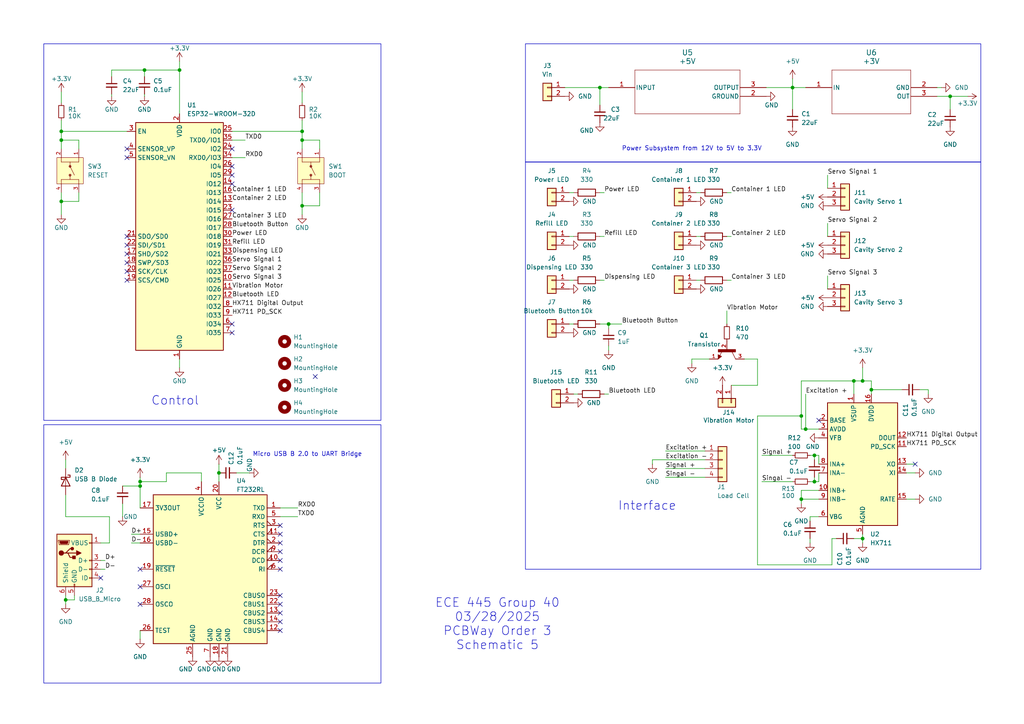
<source format=kicad_sch>
(kicad_sch (version 20231120) (generator "eeschema") (generator_version "8.0")
  (paper "A4")
  (junction (at 236.22 132.08))
  (junction (at 232.41 120.65))
  (junction (at 252.73 113.03))
  (junction (at 41.91 20.32))
  (junction (at 17.78 40.64))
  (junction (at 176.53 93.98))
  (junction (at 233.68 124.46))
  (junction (at 250.19 110.49))
  (junction (at 87.63 59.69))
  (junction (at 52.07 20.32))
  (junction (at 17.78 58.42))
  (junction (at 247.65 110.49))
  (junction (at 236.22 139.7))
  (junction (at 229.87 25.4))
  (junction (at 19.05 173.99))
  (junction (at 17.78 38.1))
  (junction (at 63.5 137.16))
  (junction (at 40.64 140.97))
  (junction (at 232.41 144.78))
  (junction (at 87.63 40.64))
  (junction (at 40.64 139.7))
  (junction (at 250.19 156.21))
  (junction (at 173.99 25.4))
  (junction (at 275.59 27.94))
  (junction (at 87.63 38.1))
  (no_connect (at 81.28 152.4))
  (no_connect (at 81.28 157.48))
  (no_connect (at 40.64 170.18))
  (no_connect (at 81.28 177.8))
  (no_connect (at 81.28 165.1))
  (no_connect (at 81.28 160.02))
  (no_connect (at 29.21 167.64))
  (no_connect (at 67.31 93.98))
  (no_connect (at 81.28 162.56))
  (no_connect (at 36.83 43.18))
  (no_connect (at 81.28 180.34))
  (no_connect (at 36.83 45.72))
  (no_connect (at 36.83 73.66))
  (no_connect (at 81.28 154.94))
  (no_connect (at 36.83 78.74))
  (no_connect (at 81.28 172.72))
  (no_connect (at 81.28 182.88))
  (no_connect (at 36.83 68.58))
  (no_connect (at 67.31 50.8))
  (no_connect (at 36.83 71.12))
  (no_connect (at 40.64 175.26))
  (no_connect (at 265.43 134.62))
  (no_connect (at 81.28 175.26))
  (no_connect (at 40.64 165.1))
  (no_connect (at 36.83 76.2))
  (no_connect (at 237.49 121.92))
  (no_connect (at 67.31 96.52))
  (no_connect (at 67.31 60.96))
  (no_connect (at 67.31 53.34))
  (no_connect (at 67.31 48.26))
  (no_connect (at 67.31 43.18))
  (no_connect (at 91.44 109.22))
  (no_connect (at 36.83 81.28))
  (wire (pts (xy 210.82 55.88) (xy 212.09 55.88)))
  (wire (pts (xy 219.71 111.76) (xy 212.09 111.76)))
  (wire (pts (xy 236.22 139.7) (xy 237.49 139.7)))
  (wire (pts (xy 19.05 172.72) (xy 19.05 173.99)))
  (wire (pts (xy 92.71 40.64) (xy 92.71 43.18)))
  (wire (pts (xy 19.05 149.86) (xy 31.75 149.86)))
  (wire (pts (xy 41.91 20.32) (xy 52.07 20.32)))
  (wire (pts (xy 247.65 156.21) (xy 250.19 156.21)))
  (wire (pts (xy 265.43 137.16) (xy 262.89 137.16)))
  (wire (pts (xy 19.05 143.51) (xy 19.05 149.86)))
  (wire (pts (xy 193.04 130.81) (xy 204.47 130.81)))
  (wire (pts (xy 173.99 55.88) (xy 175.26 55.88)))
  (wire (pts (xy 87.63 26.67) (xy 87.63 29.845)))
  (wire (pts (xy 210.82 81.28) (xy 212.09 81.28)))
  (wire (pts (xy 17.78 38.1) (xy 36.83 38.1)))
  (wire (pts (xy 193.04 138.43) (xy 204.47 138.43)))
  (wire (pts (xy 17.78 34.925) (xy 17.78 38.1)))
  (wire (pts (xy 250.19 110.49) (xy 250.19 106.68)))
  (wire (pts (xy 165.1 55.88) (xy 166.37 55.88)))
  (wire (pts (xy 19.05 173.99) (xy 19.05 175.26)))
  (wire (pts (xy 271.78 25.4) (xy 273.05 25.4)))
  (wire (pts (xy 35.56 146.05) (xy 35.56 149.86)))
  (wire (pts (xy 67.31 38.1) (xy 87.63 38.1)))
  (wire (pts (xy 200.66 105.41) (xy 200.66 104.14)))
  (wire (pts (xy 219.71 104.14) (xy 219.71 111.76)))
  (wire (pts (xy 71.12 40.64) (xy 67.31 40.64)))
  (wire (pts (xy 240.03 80.01) (xy 240.03 83.82)))
  (wire (pts (xy 29.21 165.1) (xy 30.48 165.1)))
  (wire (pts (xy 165.1 93.98) (xy 166.37 93.98)))
  (wire (pts (xy 234.95 151.13) (xy 234.95 149.86)))
  (wire (pts (xy 41.91 27.305) (xy 41.91 27.94)))
  (wire (pts (xy 201.93 68.58) (xy 203.2 68.58)))
  (wire (pts (xy 234.95 156.21) (xy 234.95 157.48)))
  (wire (pts (xy 165.1 81.28) (xy 166.37 81.28)))
  (wire (pts (xy 86.36 147.32) (xy 81.28 147.32)))
  (wire (pts (xy 38.1 154.94) (xy 40.64 154.94)))
  (wire (pts (xy 87.63 55.88) (xy 87.63 59.69)))
  (wire (pts (xy 19.05 173.99) (xy 21.59 173.99)))
  (wire (pts (xy 210.82 68.58) (xy 212.09 68.58)))
  (wire (pts (xy 201.93 55.88) (xy 203.2 55.88)))
  (wire (pts (xy 68.58 137.16) (xy 72.39 137.16)))
  (wire (pts (xy 22.86 58.42) (xy 17.78 58.42)))
  (wire (pts (xy 40.64 139.7) (xy 48.26 139.7)))
  (wire (pts (xy 87.63 40.64) (xy 87.63 43.18)))
  (wire (pts (xy 21.59 173.99) (xy 21.59 172.72)))
  (wire (pts (xy 265.43 134.62) (xy 262.89 134.62)))
  (wire (pts (xy 40.64 138.43) (xy 40.64 139.7)))
  (wire (pts (xy 232.41 142.24) (xy 232.41 144.78)))
  (wire (pts (xy 237.49 142.24) (xy 232.41 142.24)))
  (wire (pts (xy 48.26 137.16) (xy 58.42 137.16)))
  (wire (pts (xy 275.59 27.94) (xy 275.59 31.75)))
  (wire (pts (xy 233.68 114.3) (xy 233.68 124.46)))
  (wire (pts (xy 71.12 45.72) (xy 67.31 45.72)))
  (wire (pts (xy 220.98 139.7) (xy 229.87 139.7)))
  (wire (pts (xy 247.65 114.3) (xy 247.65 110.49)))
  (wire (pts (xy 35.56 140.97) (xy 40.64 140.97)))
  (wire (pts (xy 58.42 137.16) (xy 58.42 139.7)))
  (wire (pts (xy 234.95 149.86) (xy 237.49 149.86)))
  (wire (pts (xy 17.78 40.64) (xy 22.86 40.64)))
  (wire (pts (xy 173.99 81.28) (xy 175.26 81.28)))
  (wire (pts (xy 63.5 137.16) (xy 63.5 139.7)))
  (wire (pts (xy 275.59 27.94) (xy 271.78 27.94)))
  (wire (pts (xy 17.78 38.1) (xy 17.78 40.64)))
  (wire (pts (xy 32.385 20.32) (xy 32.385 22.225)))
  (wire (pts (xy 38.1 157.48) (xy 40.64 157.48)))
  (wire (pts (xy 31.75 149.86) (xy 31.75 157.48)))
  (wire (pts (xy 52.07 17.78) (xy 52.07 20.32)))
  (wire (pts (xy 200.66 104.14) (xy 205.74 104.14)))
  (wire (pts (xy 222.25 25.4) (xy 229.87 25.4)))
  (wire (pts (xy 22.86 40.64) (xy 22.86 43.18)))
  (wire (pts (xy 219.71 120.65) (xy 219.71 163.83)))
  (wire (pts (xy 240.03 64.77) (xy 240.03 68.58)))
  (wire (pts (xy 87.63 40.64) (xy 92.71 40.64)))
  (wire (pts (xy 17.78 55.88) (xy 17.78 58.42)))
  (wire (pts (xy 247.65 110.49) (xy 250.19 110.49)))
  (wire (pts (xy 173.99 25.4) (xy 176.53 25.4)))
  (wire (pts (xy 233.68 124.46) (xy 232.41 124.46)))
  (wire (pts (xy 240.03 50.8) (xy 240.03 54.61)))
  (wire (pts (xy 234.95 139.7) (xy 236.22 139.7)))
  (wire (pts (xy 86.36 149.86) (xy 81.28 149.86)))
  (wire (pts (xy 40.64 140.97) (xy 40.64 147.32)))
  (wire (pts (xy 173.99 68.58) (xy 175.26 68.58)))
  (wire (pts (xy 189.23 133.35) (xy 189.23 134.62)))
  (wire (pts (xy 232.41 110.49) (xy 247.65 110.49)))
  (wire (pts (xy 237.49 132.08) (xy 237.49 134.62)))
  (wire (pts (xy 87.63 59.69) (xy 87.63 62.23)))
  (wire (pts (xy 252.73 113.03) (xy 261.62 113.03)))
  (wire (pts (xy 52.07 104.14) (xy 52.07 106.68)))
  (wire (pts (xy 173.99 93.98) (xy 176.53 93.98)))
  (wire (pts (xy 52.07 20.32) (xy 52.07 33.02)))
  (wire (pts (xy 166.37 114.3) (xy 167.64 114.3)))
  (wire (pts (xy 232.41 124.46) (xy 232.41 120.65)))
  (wire (pts (xy 237.49 124.46) (xy 233.68 124.46)))
  (wire (pts (xy 250.19 156.21) (xy 250.19 157.48)))
  (wire (pts (xy 232.41 144.78) (xy 237.49 144.78)))
  (wire (pts (xy 234.95 132.08) (xy 236.22 132.08)))
  (wire (pts (xy 40.64 139.7) (xy 40.64 140.97)))
  (wire (pts (xy 269.24 113.03) (xy 269.24 114.3)))
  (wire (pts (xy 31.75 157.48) (xy 29.21 157.48)))
  (wire (pts (xy 165.1 68.58) (xy 166.37 68.58)))
  (wire (pts (xy 237.49 139.7) (xy 237.49 137.16)))
  (wire (pts (xy 219.71 163.83) (xy 241.3 163.83)))
  (wire (pts (xy 40.64 182.88) (xy 40.64 185.42)))
  (wire (pts (xy 229.87 22.86) (xy 229.87 25.4)))
  (wire (pts (xy 229.87 25.4) (xy 229.87 31.75)))
  (wire (pts (xy 22.86 55.88) (xy 22.86 58.42)))
  (wire (pts (xy 241.3 163.83) (xy 241.3 156.21)))
  (wire (pts (xy 193.04 135.89) (xy 204.47 135.89)))
  (wire (pts (xy 176.53 93.98) (xy 176.53 95.25)))
  (wire (pts (xy 236.22 132.08) (xy 236.22 133.35)))
  (wire (pts (xy 229.87 25.4) (xy 233.68 25.4)))
  (wire (pts (xy 17.78 26.67) (xy 17.78 29.845)))
  (wire (pts (xy 236.22 132.08) (xy 237.49 132.08)))
  (wire (pts (xy 87.63 38.1) (xy 87.63 40.64)))
  (wire (pts (xy 176.53 93.98) (xy 180.34 93.98)))
  (wire (pts (xy 176.53 100.33) (xy 176.53 101.6)))
  (wire (pts (xy 175.26 114.3) (xy 176.53 114.3)))
  (wire (pts (xy 280.67 27.94) (xy 275.59 27.94)))
  (wire (pts (xy 48.26 139.7) (xy 48.26 137.16)))
  (wire (pts (xy 266.7 113.03) (xy 269.24 113.03)))
  (wire (pts (xy 210.82 90.17) (xy 210.82 93.98)))
  (wire (pts (xy 232.41 144.78) (xy 232.41 146.05)))
  (wire (pts (xy 17.78 58.42) (xy 17.78 62.23)))
  (wire (pts (xy 232.41 120.65) (xy 232.41 110.49)))
  (wire (pts (xy 265.43 144.78) (xy 262.89 144.78)))
  (wire (pts (xy 87.63 34.925) (xy 87.63 38.1)))
  (wire (pts (xy 32.385 27.305) (xy 32.385 27.94)))
  (wire (pts (xy 173.99 25.4) (xy 173.99 30.48)))
  (wire (pts (xy 163.83 25.4) (xy 173.99 25.4)))
  (wire (pts (xy 92.71 55.88) (xy 92.71 59.69)))
  (wire (pts (xy 41.91 20.32) (xy 41.91 22.225)))
  (wire (pts (xy 201.93 81.28) (xy 203.2 81.28)))
  (wire (pts (xy 19.05 133.35) (xy 19.05 135.89)))
  (wire (pts (xy 29.21 162.56) (xy 30.48 162.56)))
  (wire (pts (xy 189.23 133.35) (xy 204.47 133.35)))
  (wire (pts (xy 32.385 20.32) (xy 41.91 20.32)))
  (wire (pts (xy 63.5 134.62) (xy 63.5 137.16)))
  (wire (pts (xy 232.41 120.65) (xy 219.71 120.65)))
  (wire (pts (xy 17.78 40.64) (xy 17.78 43.18)))
  (wire (pts (xy 236.22 138.43) (xy 236.22 139.7)))
  (wire (pts (xy 250.19 154.94) (xy 250.19 156.21)))
  (wire (pts (xy 241.3 156.21) (xy 242.57 156.21)))
  (wire (pts (xy 220.98 132.08) (xy 229.87 132.08)))
  (wire (pts (xy 215.9 104.14) (xy 219.71 104.14)))
  (wire (pts (xy 252.73 113.03) (xy 252.73 110.49)))
  (wire (pts (xy 92.71 59.69) (xy 87.63 59.69)))
  (wire (pts (xy 252.73 114.3) (xy 252.73 113.03)))
  (wire (pts (xy 250.19 110.49) (xy 252.73 110.49)))
  (rectangle (start 152.4 12.7) (end 284.48 46.99))
  (rectangle (start 12.7 123.19) (end 110.49 198.12))
  (rectangle (start 152.4 46.99) (end 284.48 165.1))
  (rectangle (start 184.15 92.71) (end 184.15 92.71))
  (rectangle (start 12.7 12.7) (end 110.49 121.92))
  (text "ECE 445 Group 40\n03/28/2025\nPCBWay Order 3\nSchematic 5\n" (at 144.272 181.102 0) (effects (font (size 2.54 2.54))))
  (text "Micro USB B 2.0 to UART Bridge" (at 89.154 131.826 0) (effects (font (size 1.27 1.27))))
  (text "Interface" (at 187.706 146.812 0) (effects (font (size 2.54 2.54))))
  (text "Control\n" (at 50.8 116.332 0) (effects (font (size 2.54 2.54))))
  (text "Power Subsystem from 12V to 5V to 3.3V" (at 200.66 43.18 0) (effects (font (size 1.27 1.27))))
  (label "Bluetooth Button" (at 67.31 66.04 0))
  (label "Dispensing LED" (at 175.26 81.28 0))
  (label "RXD0" (at 71.12 45.72 0))
  (label "Container 3 LED" (at 212.09 81.28 0))
  (label "Servo Signal 2" (at 240.03 64.77 0))
  (label "Container 1 LED" (at 67.31 55.88 0))
  (label "Refill LED" (at 175.26 68.58 0))
  (label "Bluetooth LED" (at 176.53 114.3 0))
  (label "Refill LED" (at 67.31 71.12 0))
  (label "Singal -" (at 193.04 138.43 0))
  (label "Container 1 LED" (at 212.09 55.88 0))
  (label "Servo Signal 2" (at 67.31 78.74 0))
  (label "Servo Signal 1" (at 240.03 50.8 0))
  (label "HX711 PD_SCK" (at 67.31 91.44 0))
  (label "Servo Signal 1" (at 67.31 76.2 0))
  (label "Excitation -" (at 193.04 133.35 0))
  (label "Singal -" (at 220.98 139.7 0))
  (label "TXD0" (at 86.36 149.86 0))
  (label "HX711 Digital Output" (at 67.31 88.9 0))
  (label "Container 3 LED" (at 67.31 63.5 0))
  (label "Power LED" (at 175.26 55.88 0))
  (label "Bluetooth Button" (at 180.34 93.98 0))
  (label "Excitation +" (at 193.04 130.81 0))
  (label "Excitation +" (at 233.68 114.3 0))
  (label "D+" (at 30.48 162.56 0))
  (label "HX711 PD_SCK" (at 262.89 129.54 0))
  (label "Container 2 LED" (at 67.31 58.42 0))
  (label "Dispensing LED" (at 67.31 73.66 0))
  (label "TXD0" (at 71.12 40.64 0))
  (label "Container 2 LED" (at 212.09 68.58 0))
  (label "RXD0" (at 86.36 147.32 0))
  (label "Vibration Motor" (at 210.82 90.17 0))
  (label "Servo Signal 3" (at 240.03 80.01 0))
  (label "Signal +" (at 220.98 132.08 0))
  (label "Vibration Motor" (at 67.31 83.82 0))
  (label "HX711 Digital Output" (at 262.89 127 0))
  (label "D-" (at 30.48 165.1 0))
  (label "Servo Signal 3" (at 67.31 81.28 0))
  (label "D+" (at 38.1 154.94 0))
  (label "D-" (at 38.1 157.48 0))
  (label "Bluetooth LED" (at 67.31 86.36 0))
  (label "Power LED" (at 67.31 68.58 0))
  (label "Signal +" (at 193.04 135.89 0))
  (symbol (lib_id "Diode:MBR0520") (at 19.05 139.7 270) (unit 1)
    (property "Reference" "D2" (at 21.59 136.398 90) (effects (justify left)))
    (property "Value" "USB B Diode" (at 21.59 138.938 90) (effects (justify left)))
    (property "Footprint" "Diode_SMD:D_SOD-123" (effects (hide yes)))
    (property "Datasheet" "http://www.mccsemi.com/up_pdf/MBR0520~MBR0580(SOD123).pdf" (effects (hide yes)))
    (property "Description" "20V 0.5A Schottky Power Rectifier Diode, SOD-123" (effects (hide yes)))
  )
  (symbol (lib_id "power:+5V") (at 229.87 22.86 0) (unit 1)
    (property "Reference" "#PWR013" (effects (hide yes)))
    (property "Value" "+5V" (at 229.87 17.78 0))
    (property "Description" "Power symbol creates a global label with name \"+5V\"" (effects (hide yes)))
  )
  (symbol (lib_id "Device:R_Small") (at 17.78 32.385 0) (unit 1)
    (property "Reference" "R1" (at 19.685 31.75 0) (effects (justify left)))
    (property "Value" "10K" (at 19.685 33.655 0) (effects (justify left)))
    (property "Footprint" "Resistor_SMD:R_0402_1005Metric_Pad0.72x0.64mm_HandSolder" (effects (hide yes)))
  )
  (symbol (lib_id "power:GND") (at 32.385 27.94 0) (unit 1)
    (property "Reference" "#PWR011" (effects (hide yes)))
    (property "Value" "GND" (at 32.385 31.75 0))
  )
  (symbol (lib_id "power:GND") (at 165.1 58.42 90) (unit 1)
    (property "Reference" "#PWR031" (effects (hide yes)))
    (property "Value" "GND" (at 168.91 58.4199 90) (effects (justify right)))
    (property "Description" "Power symbol creates a global label with name \"GND\" , ground" (effects (hide yes)))
  )
  (symbol (lib_id "Device:R") (at 170.18 81.28 90) (unit 1)
    (property "Reference" "R5" (at 170.18 74.93 90))
    (property "Value" "330" (at 170.18 77.47 90))
    (property "Footprint" "Resistor_SMD:R_0805_2012Metric_Pad1.20x1.40mm_HandSolder" (effects (hide yes)))
    (property "Description" "Resistor" (effects (hide yes)))
  )
  (symbol (lib_id "power:GND") (at 222.25 27.94 90) (unit 1)
    (property "Reference" "#PWR012" (effects (hide yes)))
    (property "Value" "GND" (at 221.742 30.48 90) (effects (justify right)))
    (property "Description" "Power symbol creates a global label with name \"GND\" , ground" (effects (hide yes)))
  )
  (symbol (lib_id "4-1437565-9:4-1437565-9") (at 90.17 49.53 270) (unit 1)
    (property "Reference" "SW1" (at 95.25 48.2599 90) (effects (justify left)))
    (property "Value" "BOOT" (at 95.25 50.7999 90) (effects (justify left)))
    (property "Footprint" "4-1437565-9:TE_4-1437565-9" (effects (hide yes)))
    (property "Contact_Current_Rating" "50 mA" (effects (hide yes)))
    (property "COMMENT" "FSM6JSMA (4-1437565-9)" (effects (hide yes)))
    (property "Configuration_Pole-Throw" "Single Pole - Single Throw" (effects (hide yes)))
    (property "Check_prices" "https://www.snapeda.com/parts/FSM6JSMA/TE+Connectivity+ALCOSWITCH+Switches/view-part/?ref=eda" (effects (hide yes)))
    (property "CONFIGURATION_(POLE-THROW)" "Single Pole - Single Throw" (effects (hide yes)))
    (property "STANDARD" "Manufacturer Recommendation" (effects (hide yes)))
    (property "PARTREV" "V" (effects (hide yes)))
    (property "SnapEDA_Link" "https://www.snapeda.com/parts/FSM6JSMA/TE+Connectivity+ALCOSWITCH+Switches/view-part/?ref=snap" (effects (hide yes)))
    (property "LINK" "http://www.te.com/usa-en/product-4-1437565-9.html" (effects (hide yes)))
    (property "EU_RoHS_Compliance" "Compliant" (effects (hide yes)))
    (property "Price" "None" (effects (hide yes)))
    (property "AVAILABILITY" "Good" (effects (hide yes)))
    (property "Description_1" "\n                        \n                            Alcoswitch, Switch, Tactile, 50 mA, SPST, Pushbutton, Off[On], FSM6JSMA | TE Connectivity FSM6JSMA\n                        \n" (effects (hide yes)))
    (property "CONTACT_CURRENT_RATING" "50 mA" (effects (hide yes)))
    (property "MF" "TE Connectivity" (effects (hide yes)))
    (property "DESCRIPTION" "FSM6JSMA=SMT,TACTILE,PB SWITCH" (effects (hide yes)))
    (property "PRICE" "0.15 USD" (effects (hide yes)))
    (property "PACKAGE" "None" (effects (hide yes)))
    (property "Availability" "In Stock" (effects (hide yes)))
    (property "MP" "FSM6JSMA" (effects (hide yes)))
    (property "Package" "None" (effects (hide yes)))
    (property "EU_ROHS_COMPLIANCE" "Compliant" (effects (hide yes)))
    (property "Comment" "4-1437565-9" (effects (hide yes)))
  )
  (symbol (lib_id "power:GND") (at 269.24 114.3 0) (unit 1)
    (property "Reference" "#PWR053" (effects (hide yes)))
    (property "Value" "GND" (at 269.24 119.38 0))
    (property "Description" "Power symbol creates a global label with name \"GND\" , ground" (effects (hide yes)))
  )
  (symbol (lib_name "GND_1") (lib_id "power:GND") (at 35.56 149.86 0) (unit 1)
    (property "Reference" "#PWR026" (effects (hide yes)))
    (property "Value" "GND" (at 37.846 149.86 0))
    (property "Description" "Power symbol creates a global label with name \"GND\" , ground" (effects (hide yes)))
  )
  (symbol (lib_name "+5V_1") (lib_id "power:+5V") (at 19.05 133.35 0) (unit 1)
    (property "Reference" "#PWR023" (effects (hide yes)))
    (property "Value" "+5V" (at 19.05 128.27 0))
    (property "Description" "Power symbol creates a global label with name \"+5V\"" (effects (hide yes)))
  )
  (symbol (lib_id "Device:C_Small") (at 275.59 34.29 0) (unit 1)
    (property "Reference" "C2" (at 268.986 33.274 0) (effects (justify left)))
    (property "Value" "22uF" (at 268.986 35.814 0) (effects (justify left)))
    (property "Footprint" "Capacitor_SMD:C_0805_2012Metric_Pad1.18x1.45mm_HandSolder" (effects (hide yes)))
    (property "Description" "Unpolarized capacitor, small symbol" (effects (hide yes)))
  )
  (symbol (lib_id "power:GND") (at 166.37 116.84 90) (unit 1)
    (property "Reference" "#PWR047" (effects (hide yes)))
    (property "Value" "GND" (at 170.18 116.8399 90) (effects (justify right)))
    (property "Description" "Power symbol creates a global label with name \"GND\" , ground" (effects (hide yes)))
  )
  (symbol (lib_id "power:GND") (at 240.03 88.9 270) (unit 1)
    (property "Reference" "#PWR043" (effects (hide yes)))
    (property "Value" "GND" (at 236.22 88.8999 90) (effects (justify right)))
    (property "Description" "Power symbol creates a global label with name \"GND\" , ground" (effects (hide yes)))
  )
  (symbol (lib_name "GND_3") (lib_id "power:GND") (at 189.23 134.62 0) (unit 1)
    (property "Reference" "#PWR048" (effects (hide yes)))
    (property "Value" "GND" (at 189.23 139.7 0))
    (property "Description" "Power symbol creates a global label with name \"GND\" , ground" (effects (hide yes)))
  )
  (symbol (lib_id "2025-03-01_22-08-00:LM7805ACT") (at 176.53 25.4 0) (unit 1)
    (property "Reference" "U5" (at 199.39 15.24 0) (effects (font (size 1.524 1.524))))
    (property "Value" "+5V" (at 199.39 17.78 0) (effects (font (size 1.524 1.524))))
    (property "Footprint" "KiCADv6 2:TO-220_ONS" (effects (hide yes)))
    (property "Datasheet" "LM7805ACT" (effects (hide yes)))
  )
  (symbol (lib_id "power:+3.3V") (at 280.67 27.94 270) (unit 1)
    (property "Reference" "#PWR017" (effects (hide yes)))
    (property "Value" "+3.3V" (at 277.622 29.972 90) (effects (justify left)))
    (property "Description" "Power symbol creates a global label with name \"+3.3V\"" (effects (hide yes)))
  )
  (symbol (lib_id "Connector_Generic:Conn_01x02") (at 212.09 116.84 270) (unit 1)
    (property "Reference" "J14" (at 209.55 119.634 90) (effects (justify left)))
    (property "Value" "Vibration Motor" (at 203.962 121.92 90) (effects (justify left)))
    (property "Footprint" "Connector_Molex:Molex_KK-254_AE-6410-02A_1x02_P2.54mm_Vertical" (effects (hide yes)))
    (property "Description" "Generic connector, single row, 01x02, script generated (kicad-library-utils/schlib/autogen/connector/)" (effects (hide yes)))
  )
  (symbol (lib_id "Device:R_Small") (at 87.63 32.385 0) (unit 1)
    (property "Reference" "R2" (at 89.535 31.75 0) (effects (justify left)))
    (property "Value" "10K" (at 89.535 33.655 0) (effects (justify left)))
    (property "Footprint" "Resistor_SMD:R_0402_1005Metric_Pad0.72x0.64mm_HandSolder" (effects (hide yes)))
  )
  (symbol (lib_id "Connector_Generic:Conn_01x02") (at 160.02 81.28 0) (mirror y) (unit 1)
    (property "Reference" "J6" (at 160.02 74.93 0))
    (property "Value" "Dispensing LED" (at 160.02 77.47 0))
    (property "Footprint" "Connector_Molex:Molex_KK-254_AE-6410-02A_1x02_P2.54mm_Vertical" (effects (hide yes)))
    (property "Description" "Generic connector, single row, 01x02, script generated (kicad-library-utils/schlib/autogen/connector/)" (effects (hide yes)))
  )
  (symbol (lib_id "Device:R") (at 207.01 81.28 90) (unit 1)
    (property "Reference" "R9" (at 207.01 74.93 90))
    (property "Value" "330" (at 207.01 77.47 90))
    (property "Footprint" "Resistor_SMD:R_0805_2012Metric_Pad1.20x1.40mm_HandSolder" (effects (hide yes)))
    (property "Description" "Resistor" (effects (hide yes)))
  )
  (symbol (lib_id "Connector_Generic:Conn_01x02") (at 196.85 68.58 0) (mirror y) (unit 1)
    (property "Reference" "J9" (at 196.85 62.23 0))
    (property "Value" "Container 2 LED" (at 196.85 64.77 0))
    (property "Footprint" "Connector_Molex:Molex_KK-254_AE-6410-02A_1x02_P2.54mm_Vertical" (effects (hide yes)))
    (property "Description" "Generic connector, single row, 01x02, script generated (kicad-library-utils/schlib/autogen/connector/)" (effects (hide yes)))
  )
  (symbol (lib_id "power:+5V") (at 240.03 86.36 90) (unit 1)
    (property "Reference" "#PWR042" (effects (hide yes)))
    (property "Value" "+5V" (at 236.22 86.3599 90) (effects (justify left)))
    (property "Description" "Power symbol creates a global label with name \"+5V\"" (effects (hide yes)))
  )
  (symbol (lib_id "Device:C_Small") (at 32.385 24.765 0) (unit 1)
    (property "Reference" "C4" (at 35.56 23.5012 0) (effects (justify left)))
    (property "Value" "22uF" (at 35.56 26.0412 0) (effects (justify left)))
    (property "Footprint" "Capacitor_SMD:C_0805_2012Metric_Pad1.18x1.45mm_HandSolder" (effects (hide yes)))
  )
  (symbol (lib_id "Device:C_Small") (at 229.87 34.29 0) (unit 1)
    (property "Reference" "C1" (at 232.41 33.0262 0) (effects (justify left)))
    (property "Value" "22uF" (at 232.41 35.5662 0) (effects (justify left)))
    (property "Footprint" "Capacitor_SMD:C_0805_2012Metric_Pad1.18x1.45mm_HandSolder" (effects (hide yes)))
    (property "Description" "Unpolarized capacitor, small symbol" (effects (hide yes)))
  )
  (symbol (lib_id "power:+3.3V") (at 250.19 106.68 0) (unit 1)
    (property "Reference" "#PWR020" (effects (hide yes)))
    (property "Value" "+3.3V" (at 250.19 101.6 0))
    (property "Description" "Power symbol creates a global label with name \"+3.3V\"" (effects (hide yes)))
  )
  (symbol (lib_id "power:GND") (at 265.43 137.16 90) (unit 1)
    (property "Reference" "#PWR024" (effects (hide yes)))
    (property "Value" "GND" (at 269.24 137.1599 90) (effects (justify right)))
    (property "Description" "Power symbol creates a global label with name \"GND\" , ground" (effects (hide yes)))
  )
  (symbol (lib_name "GND_1") (lib_id "power:GND") (at 40.64 185.42 0) (unit 1)
    (property "Reference" "#PWR025" (effects (hide yes)))
    (property "Value" "GND" (at 40.64 190.5 0))
    (property "Description" "Power symbol creates a global label with name \"GND\" , ground" (effects (hide yes)))
  )
  (symbol (lib_name "GND_3") (lib_id "power:GND") (at 237.49 127 270) (unit 1)
    (property "Reference" "#PWR050" (effects (hide yes)))
    (property "Value" "GND" (at 237.744 129.54 90) (effects (justify right)))
    (property "Description" "Power symbol creates a global label with name \"GND\" , ground" (effects (hide yes)))
  )
  (symbol (lib_id "power:GND") (at 52.07 106.68 0) (unit 1)
    (property "Reference" "#PWR046" (effects (hide yes)))
    (property "Value" "GND" (at 52.07 110.49 0))
  )
  (symbol (lib_id "2N2222A:2N2222A") (at 210.82 101.6 270) (unit 1)
    (property "Reference" "Q1" (at 204.216 97.282 90))
    (property "Value" "Transistor" (at 204.216 99.822 90))
    (property "Footprint" "2N2222A:TO92254P470H750-3" (effects (hide yes)))
    (property "MF" "Diotec Semiconductor" (effects (hide yes)))
    (property "SNAPEDA_PACKAGE_ID" "121774" (effects (hide yes)))
    (property "Package" "TO-92 Diotec" (effects (hide yes)))
    (property "Price" "None" (effects (hide yes)))
    (property "Check_prices" "https://www.snapeda.com/parts/2N2222A/Diotec/view-part/?ref=eda" (effects (hide yes)))
    (property "STANDARD" "IPC 7351B" (effects (hide yes)))
    (property "PARTREV" "N/A" (effects (hide yes)))
    (property "SnapEDA_Link" "https://www.snapeda.com/parts/2N2222A/Diotec/view-part/?ref=snap" (effects (hide yes)))
    (property "MP" "2N2222A" (effects (hide yes)))
    (property "Description_1" "\n                        \n                            BJT, TO-92, 40V, 600mA, NPN, 0.625W, 150°C\n                        \n" (effects (hide yes)))
    (property "MANUFACTURER" "Diotec Semiconductor" (effects (hide yes)))
    (property "Availability" "In Stock" (effects (hide yes)))
    (property "MAXIMUM_PACKAGE_HEIGHT" "7.5 mm" (effects (hide yes)))
  )
  (symbol (lib_id "power:GND") (at 234.95 157.48 0) (unit 1)
    (property "Reference" "#PWR052" (effects (hide yes)))
    (property "Value" "GND" (at 234.95 162.56 0))
    (property "Description" "Power symbol creates a global label with name \"GND\" , ground" (effects (hide yes)))
  )
  (symbol (lib_id "Device:C_Small") (at 264.16 113.03 90) (unit 1)
    (property "Reference" "C11" (at 262.636 120.904 0) (effects (justify left)))
    (property "Value" "0.1uF" (at 265.176 120.904 0) (effects (justify left)))
    (property "Footprint" "Capacitor_SMD:C_0402_1005Metric_Pad0.74x0.62mm_HandSolder" (effects (hide yes)))
    (property "Description" "Unpolarized capacitor, small symbol" (effects (hide yes)))
  )
  (symbol (lib_name "+3.3V_3") (lib_id "power:+3.3V") (at 209.55 111.76 0) (unit 1)
    (property "Reference" "#PWR045" (effects (hide yes)))
    (property "Value" "+3.3V" (at 209.55 106.68 0))
    (property "Description" "Power symbol creates a global label with name \"+3.3V\"" (effects (hide yes)))
  )
  (symbol (lib_id "Connector_Generic:Conn_01x02") (at 160.02 93.98 0) (mirror y) (unit 1)
    (property "Reference" "J7" (at 160.02 87.63 0))
    (property "Value" "Bluetooth Button" (at 160.02 90.17 0))
    (property "Footprint" "Connector_Molex:Molex_KK-254_AE-6410-02A_1x02_P2.54mm_Vertical" (effects (hide yes)))
    (property "Description" "Generic connector, single row, 01x02, script generated (kicad-library-utils/schlib/autogen/connector/)" (effects (hide yes)))
  )
  (symbol (lib_id "Connector_Generic:Conn_01x02") (at 196.85 55.88 0) (mirror y) (unit 1)
    (property "Reference" "J8" (at 196.85 49.53 0))
    (property "Value" "Container 1 LED" (at 196.85 52.07 0))
    (property "Footprint" "Connector_Molex:Molex_KK-254_AE-6410-02A_1x02_P2.54mm_Vertical" (effects (hide yes)))
    (property "Description" "Generic connector, single row, 01x02, script generated (kicad-library-utils/schlib/autogen/connector/)" (effects (hide yes)))
  )
  (symbol (lib_id "Mechanical:MountingHole") (at 82.55 118.11 0) (unit 1) (exclude_from_sim yes) (in_bom no)
    (property "Reference" "H4" (at 85.09 116.8399 0) (effects (justify left)))
    (property "Value" "MountingHole" (at 85.09 119.3799 0) (effects (justify left)))
    (property "Footprint" "MountingHole:MountingHole_3.2mm_M3" (effects (hide yes)))
    (property "Description" "Mounting Hole without connection" (effects (hide yes)))
  )
  (symbol (lib_id "Device:C_Small") (at 245.11 156.21 90) (unit 1)
    (property "Reference" "C10" (at 243.586 164.084 0) (effects (justify left)))
    (property "Value" "0.1uF" (at 246.126 164.084 0) (effects (justify left)))
    (property "Footprint" "Capacitor_SMD:C_0402_1005Metric_Pad0.74x0.62mm_HandSolder" (effects (hide yes)))
    (property "Description" "Unpolarized capacitor, small symbol" (effects (hide yes)))
  )
  (symbol (lib_id "power:GND") (at 165.1 96.52 90) (unit 1)
    (property "Reference" "#PWR033" (effects (hide yes)))
    (property "Value" "GND" (at 168.91 96.5199 90) (effects (justify right)))
    (property "Description" "Power symbol creates a global label with name \"GND\" , ground" (effects (hide yes)))
  )
  (symbol (lib_id "power:+3.3V") (at 87.63 26.67 0) (unit 1)
    (property "Reference" "#PWR05" (effects (hide yes)))
    (property "Value" "+3.3V" (at 87.63 22.86 0))
  )
  (symbol (lib_id "Connector_Generic:Conn_01x03") (at 245.11 57.15 0) (unit 1)
    (property "Reference" "J11" (at 247.65 55.8799 0) (effects (justify left)))
    (property "Value" "Cavity Servo 1" (at 247.65 58.4199 0) (effects (justify left)))
    (property "Footprint" "Connector_Molex:Molex_KK-254_AE-6410-03A_1x03_P2.54mm_Vertical" (effects (hide yes)))
    (property "Description" "Generic connector, single row, 01x03, script generated (kicad-library-utils/schlib/autogen/connector/)" (effects (hide yes)))
  )
  (symbol (lib_id "power:GND") (at 165.1 71.12 90) (unit 1)
    (property "Reference" "#PWR030" (effects (hide yes)))
    (property "Value" "GND" (at 168.91 71.1199 90) (effects (justify right)))
    (property "Description" "Power symbol creates a global label with name \"GND\" , ground" (effects (hide yes)))
  )
  (symbol (lib_id "4-1437565-9:4-1437565-9") (at 20.32 49.53 270) (unit 1)
    (property "Reference" "SW3" (at 25.4 48.2599 90) (effects (justify left)))
    (property "Value" "RESET" (at 25.4 50.7999 90) (effects (justify left)))
    (property "Footprint" "4-1437565-9:TE_4-1437565-9" (effects (hide yes)))
    (property "Contact_Current_Rating" "50 mA" (effects (hide yes)))
    (property "COMMENT" "FSM6JSMA (4-1437565-9)" (effects (hide yes)))
    (property "Configuration_Pole-Throw" "Single Pole - Single Throw" (effects (hide yes)))
    (property "Check_prices" "https://www.snapeda.com/parts/FSM6JSMA/TE+Connectivity+ALCOSWITCH+Switches/view-part/?ref=eda" (effects (hide yes)))
    (property "CONFIGURATION_(POLE-THROW)" "Single Pole - Single Throw" (effects (hide yes)))
    (property "STANDARD" "Manufacturer Recommendation" (effects (hide yes)))
    (property "PARTREV" "V" (effects (hide yes)))
    (property "SnapEDA_Link" "https://www.snapeda.com/parts/FSM6JSMA/TE+Connectivity+ALCOSWITCH+Switches/view-part/?ref=snap" (effects (hide yes)))
    (property "LINK" "http://www.te.com/usa-en/product-4-1437565-9.html" (effects (hide yes)))
    (property "EU_RoHS_Compliance" "Compliant" (effects (hide yes)))
    (property "Price" "None" (effects (hide yes)))
    (property "AVAILABILITY" "Good" (effects (hide yes)))
    (property "Description_1" "\n                        \n                            Alcoswitch, Switch, Tactile, 50 mA, SPST, Pushbutton, Off[On], FSM6JSMA | TE Connectivity FSM6JSMA\n                        \n" (effects (hide yes)))
    (property "CONTACT_CURRENT_RATING" "50 mA" (effects (hide yes)))
    (property "MF" "TE Connectivity" (effects (hide yes)))
    (property "DESCRIPTION" "FSM6JSMA=SMT,TACTILE,PB SWITCH" (effects (hide yes)))
    (property "PRICE" "0.15 USD" (effects (hide yes)))
    (property "PACKAGE" "None" (effects (hide yes)))
    (property "Availability" "In Stock" (effects (hide yes)))
    (property "MP" "FSM6JSMA" (effects (hide yes)))
    (property "Package" "None" (effects (hide yes)))
    (property "EU_ROHS_COMPLIANCE" "Compliant" (effects (hide yes)))
    (property "Comment" "4-1437565-9" (effects (hide yes)))
  )
  (symbol (lib_id "Device:C_Small") (at 35.56 143.51 0) (unit 1)
    (property "Reference" "C8" (at 26.416 142.24 0) (effects (justify left)))
    (property "Value" "0.1uF" (at 26.416 144.78 0) (effects (justify left)))
    (property "Footprint" "Capacitor_SMD:C_0402_1005Metric_Pad0.74x0.62mm_HandSolder" (effects (hide yes)))
    (property "Description" "Unpolarized capacitor, small symbol" (effects (hide yes)))
  )
  (symbol (lib_id "Connector_Generic:Conn_01x02") (at 196.85 81.28 0) (mirror y) (unit 1)
    (property "Reference" "J10" (at 196.85 74.93 0))
    (property "Value" "Container 3 LED" (at 196.85 77.47 0))
    (property "Footprint" "Connector_Molex:Molex_KK-254_AE-6410-02A_1x02_P2.54mm_Vertical" (effects (hide yes)))
    (property "Description" "Generic connector, single row, 01x02, script generated (kicad-library-utils/schlib/autogen/connector/)" (effects (hide yes)))
  )
  (symbol (lib_id "Mechanical:MountingHole") (at 82.55 99.06 0) (unit 1) (exclude_from_sim yes) (in_bom no)
    (property "Reference" "H1" (at 85.09 97.7899 0) (effects (justify left)))
    (property "Value" "MountingHole" (at 85.09 100.3299 0) (effects (justify left)))
    (property "Footprint" "MountingHole:MountingHole_3.2mm_M3" (effects (hide yes)))
    (property "Description" "Mounting Hole without connection" (effects (hide yes)))
  )
  (symbol (lib_id "Connector_Generic:Conn_01x04") (at 209.55 133.35 0) (unit 1)
    (property "Reference" "J1" (at 208.026 141.224 0) (effects (justify left)))
    (property "Value" "Load Cell" (at 208.026 143.764 0) (effects (justify left)))
    (property "Footprint" "Connector_Molex:Molex_KK-254_AE-6410-04A_1x04_P2.54mm_Vertical" (effects (hide yes)))
    (property "Description" "Generic connector, single row, 01x04, script generated (kicad-library-utils/schlib/autogen/connector/)" (effects (hide yes)))
  )
  (symbol (lib_id "Device:R_Small") (at 232.41 132.08 90) (unit 1)
    (property "Reference" "R12" (at 230.378 127 90))
    (property "Value" "100" (at 230.378 129.54 90))
    (property "Footprint" "Resistor_SMD:R_0805_2012Metric_Pad1.20x1.40mm_HandSolder" (effects (hide yes)))
    (property "Description" "Resistor, small symbol" (effects (hide yes)))
  )
  (symbol (lib_id "Connector:USB_B_Micro") (at 21.59 162.56 0) (unit 1)
    (property "Reference" "J2" (at 28.956 171.196 0))
    (property "Value" "USB_B_Micro" (at 28.956 173.736 0))
    (property "Footprint" "Connector_USB:USB_Micro-B_Molex-105017-0001" (effects (hide yes)))
    (property "Description" "USB Micro Type B connector" (effects (hide yes)))
  )
  (symbol (lib_id "power:GND") (at 163.83 27.94 90) (unit 1)
    (property "Reference" "#PWR010" (effects (hide yes)))
    (property "Value" "GND" (at 167.64 27.9399 90) (effects (justify right)))
    (property "Description" "Power symbol creates a global label with name \"GND\" , ground" (effects (hide yes)))
  )
  (symbol (lib_name "GND_1") (lib_id "power:GND") (at 60.96 190.5 0) (unit 1)
    (property "Reference" "#PWR07" (effects (hide yes)))
    (property "Value" "GND" (at 59.182 194.056 0))
    (property "Description" "Power symbol creates a global label with name \"GND\" , ground" (effects (hide yes)))
  )
  (symbol (lib_id "power:GND") (at 87.63 62.23 0) (unit 1)
    (property "Reference" "#PWR06" (effects (hide yes)))
    (property "Value" "GND" (at 87.63 66.04 0))
  )
  (symbol (lib_id "Connector_Generic:Conn_01x02") (at 161.29 114.3 0) (mirror y) (unit 1)
    (property "Reference" "J15" (at 161.29 107.95 0))
    (property "Value" "Bluetooth LED" (at 161.29 110.49 0))
    (property "Footprint" "Connector_Molex:Molex_KK-254_AE-6410-02A_1x02_P2.54mm_Vertical" (effects (hide yes)))
    (property "Description" "Generic connector, single row, 01x02, script generated (kicad-library-utils/schlib/autogen/connector/)" (effects (hide yes)))
  )
  (symbol (lib_id "power:GND") (at 201.93 83.82 90) (unit 1)
    (property "Reference" "#PWR037" (effects (hide yes)))
    (property "Value" "GND" (at 205.74 83.8199 90) (effects (justify right)))
    (property "Description" "Power symbol creates a global label with name \"GND\" , ground" (effects (hide yes)))
  )
  (symbol (lib_id "RF_Module:ESP32-WROOM-32D") (at 52.07 68.58 0) (unit 1)
    (property "Reference" "U1" (at 54.2641 30.48 0) (effects (justify left)))
    (property "Value" "ESP32-WROOM-32D" (at 54.2641 33.02 0) (effects (justify left)))
    (property "Footprint" "RF_Module:ESP32-WROOM-32D" (effects (hide yes)))
    (property "Datasheet" "https://www.espressif.com/sites/default/files/documentation/esp32-wroom-32d_esp32-wroom-32u_datasheet_en.pdf" (effects (hide yes)))
    (property "Description" "RF Module, ESP32-D0WD SoC, Wi-Fi 802.11b/g/n, Bluetooth, BLE, 32-bit, 2.7-3.6V, onboard antenna, SMD" (effects (hide yes)))
  )
  (symbol (lib_name "GND_2") (lib_id "power:GND") (at 173.99 35.56 0) (unit 1)
    (property "Reference" "#PWR01" (effects (hide yes)))
    (property "Value" "GND" (at 170.18 37.846 0))
    (property "Description" "Power symbol creates a global label with name \"GND\" , ground" (effects (hide yes)))
  )
  (symbol (lib_id "Device:R") (at 170.18 55.88 90) (unit 1)
    (property "Reference" "R4" (at 170.18 49.53 90))
    (property "Value" "330" (at 170.18 52.07 90))
    (property "Footprint" "Resistor_SMD:R_0805_2012Metric_Pad1.20x1.40mm_HandSolder" (effects (hide yes)))
    (property "Description" "Resistor" (effects (hide yes)))
  )
  (symbol (lib_id "power:GND") (at 41.91 27.94 0) (unit 1)
    (property "Reference" "#PWR018" (effects (hide yes)))
    (property "Value" "GND" (at 41.91 31.75 0))
  )
  (symbol (lib_name "GND_1") (lib_id "power:GND") (at 229.87 36.83 0) (unit 1)
    (property "Reference" "#PWR014" (effects (hide yes)))
    (property "Value" "GND" (at 229.87 41.91 0))
    (property "Description" "Power symbol creates a global label with name \"GND\" , ground" (effects (hide yes)))
  )
  (symbol (lib_id "Connector_Generic:Conn_01x03") (at 245.11 86.36 0) (unit 1)
    (property "Reference" "J13" (at 247.65 85.0899 0) (effects (justify left)))
    (property "Value" "Cavity Servo 3" (at 247.65 87.6299 0) (effects (justify left)))
    (property "Footprint" "Connector_Molex:Molex_KK-254_AE-6410-03A_1x03_P2.54mm_Vertical" (effects (hide yes)))
    (property "Description" "Generic connector, single row, 01x03, script generated (kicad-library-utils/schlib/autogen/connector/)" (effects (hide yes)))
  )
  (symbol (lib_id "power:GND") (at 201.93 71.12 90) (unit 1)
    (property "Reference" "#PWR036" (effects (hide yes)))
    (property "Value" "GND" (at 205.74 71.1199 90) (effects (justify right)))
    (property "Description" "Power symbol creates a global label with name \"GND\" , ground" (effects (hide yes)))
  )
  (symbol (lib_id "Device:R") (at 170.18 68.58 90) (unit 1)
    (property "Reference" "R3" (at 170.18 62.23 90))
    (property "Value" "330" (at 170.18 64.77 90))
    (property "Footprint" "Resistor_SMD:R_0805_2012Metric_Pad1.20x1.40mm_HandSolder" (effects (hide yes)))
    (property "Description" "Resistor" (effects (hide yes)))
  )
  (symbol (lib_id "Device:R") (at 170.18 93.98 90) (unit 1)
    (property "Reference" "R6" (at 170.18 87.63 90))
    (property "Value" "10k" (at 170.18 90.17 90))
    (property "Footprint" "Resistor_SMD:R_0805_2012Metric_Pad1.20x1.40mm_HandSolder" (effects (hide yes)))
    (property "Description" "Resistor" (effects (hide yes)))
  )
  (symbol (lib_id "Mechanical:MountingHole") (at 82.55 105.41 0) (unit 1) (exclude_from_sim yes) (in_bom no)
    (property "Reference" "H2" (at 85.09 104.1399 0) (effects (justify left)))
    (property "Value" "MountingHole" (at 85.09 106.6799 0) (effects (justify left)))
    (property "Footprint" "MountingHole:MountingHole_3.2mm_M3" (effects (hide yes)))
    (property "Description" "Mounting Hole without connection" (effects (hide yes)))
  )
  (symbol (lib_id "Analog_ADC:HX711") (at 250.19 134.62 0) (unit 1)
    (property "Reference" "U2" (at 252.3841 154.94 0) (effects (justify left)))
    (property "Value" "HX711" (at 252.3841 157.48 0) (effects (justify left)))
    (property "Footprint" "Package_SO:SOP-16_3.9x9.9mm_P1.27mm" (effects (hide yes)))
    (property "Datasheet" "https://web.archive.org/web/20220615044707/https://akizukidenshi.com/download/ds/avia/hx711.pdf" (effects (hide yes)))
    (property "Description" "24-Bit Analog-to-Digital Converter (ADC) for Weight Scales" (effects (hide yes)))
  )
  (symbol (lib_name "GND_1") (lib_id "power:GND") (at 19.05 175.26 0) (unit 1)
    (property "Reference" "#PWR028" (effects (hide yes)))
    (property "Value" "GND" (at 19.05 180.34 0))
    (property "Description" "Power symbol creates a global label with name \"GND\" , ground" (effects (hide yes)))
  )
  (symbol (lib_id "power:GND") (at 250.19 157.48 0) (unit 1)
    (property "Reference" "#PWR021" (effects (hide yes)))
    (property "Value" "GND" (at 250.19 162.56 0))
    (property "Description" "Power symbol creates a global label with name \"GND\" , ground" (effects (hide yes)))
  )
  (symbol (lib_id "power:GND") (at 240.03 73.66 270) (unit 1)
    (property "Reference" "#PWR041" (effects (hide yes)))
    (property "Value" "GND" (at 236.22 73.6599 90) (effects (justify right)))
    (property "Description" "Power symbol creates a global label with name \"GND\" , ground" (effects (hide yes)))
  )
  (symbol (lib_name "GND_1") (lib_id "power:GND") (at 275.59 36.83 0) (unit 1)
    (property "Reference" "#PWR016" (effects (hide yes)))
    (property "Value" "GND" (at 275.59 41.91 0))
    (property "Description" "Power symbol creates a global label with name \"GND\" , ground" (effects (hide yes)))
  )
  (symbol (lib_id "Connector_Generic:Conn_01x02") (at 160.02 55.88 0) (mirror y) (unit 1)
    (property "Reference" "J5" (at 160.02 49.53 0))
    (property "Value" "Power LED" (at 160.02 52.07 0))
    (property "Footprint" "Connector_Molex:Molex_KK-254_AE-6410-02A_1x02_P2.54mm_Vertical" (effects (hide yes)))
    (property "Description" "Generic connector, single row, 01x02, script generated (kicad-library-utils/schlib/autogen/connector/)" (effects (hide yes)))
  )
  (symbol (lib_id "Device:C_Small") (at 173.99 33.02 180) (unit 1)
    (property "Reference" "C3" (at 179.832 31.75 0) (effects (justify left)))
    (property "Value" "22uF" (at 179.832 34.29 0) (effects (justify left)))
    (property "Footprint" "Capacitor_SMD:C_0805_2012Metric_Pad1.18x1.45mm_HandSolder" (effects (hide yes)))
    (property "Description" "Unpolarized capacitor, small symbol" (effects (hide yes)))
  )
  (symbol (lib_name "GND_1") (lib_id "power:GND") (at 72.39 137.16 90) (unit 1)
    (property "Reference" "#PWR054" (effects (hide yes)))
    (property "Value" "GND" (at 72.39 134.874 0))
    (property "Description" "Power symbol creates a global label with name \"GND\" , ground" (effects (hide yes)))
  )
  (symbol (lib_id "power:GND") (at 176.53 101.6 0) (unit 1)
    (property "Reference" "#PWR034" (effects (hide yes)))
    (property "Value" "GND" (at 176.53 106.68 0))
    (property "Description" "Power symbol creates a global label with name \"GND\" , ground" (effects (hide yes)))
  )
  (symbol (lib_name "+3.3V_1") (lib_id "power:+3.3V") (at 40.64 138.43 0) (unit 1)
    (property "Reference" "#PWR027" (effects (hide yes)))
    (property "Value" "+3.3V" (at 40.64 133.35 0))
    (property "Description" "Power symbol creates a global label with name \"+3.3V\"" (effects (hide yes)))
  )
  (symbol (lib_id "power:GND") (at 273.05 25.4 90) (unit 1)
    (property "Reference" "#PWR015" (effects (hide yes)))
    (property "Value" "GND" (at 276.86 25.3999 90) (effects (justify right)))
    (property "Description" "Power symbol creates a global label with name \"GND\" , ground" (effects (hide yes)))
  )
  (symbol (lib_name "GND_1") (lib_id "power:GND") (at 63.5 190.5 0) (unit 1)
    (property "Reference" "#PWR08" (effects (hide yes)))
    (property "Value" "GND" (at 63.5 194.056 0))
    (property "Description" "Power symbol creates a global label with name \"GND\" , ground" (effects (hide yes)))
  )
  (symbol (lib_id "Connector_Generic:Conn_01x02") (at 158.75 25.4 0) (mirror y) (unit 1)
    (property "Reference" "J3" (at 158.75 19.05 0))
    (property "Value" "Vin" (at 158.75 21.59 0))
    (property "Footprint" "Connector_Molex:Molex_KK-254_AE-6410-02A_1x02_P2.54mm_Vertical" (effects (hide yes)))
    (property "Description" "Generic connector, single row, 01x02, script generated (kicad-library-utils/schlib/autogen/connector/)" (effects (hide yes)))
  )
  (symbol (lib_name "GND_1") (lib_id "power:GND") (at 55.88 190.5 0) (unit 1)
    (property "Reference" "#PWR02" (effects (hide yes)))
    (property "Value" "GND" (at 53.848 194.056 0))
    (property "Description" "Power symbol creates a global label with name \"GND\" , ground" (effects (hide yes)))
  )
  (symbol (lib_id "Device:C_Small") (at 176.53 97.79 0) (unit 1)
    (property "Reference" "C9" (at 179.07 96.5262 0) (effects (justify left)))
    (property "Value" "1uF" (at 179.07 99.0662 0) (effects (justify left)))
    (property "Footprint" "Capacitor_SMD:C_0805_2012Metric_Pad1.18x1.45mm_HandSolder" (effects (hide yes)))
    (property "Description" "Unpolarized capacitor, small symbol" (effects (hide yes)))
  )
  (symbol (lib_id "Device:R_Small") (at 210.82 96.52 0) (unit 1)
    (property "Reference" "R10" (at 213.36 95.2499 0) (effects (justify left)))
    (property "Value" "470" (at 213.36 97.7899 0) (effects (justify left)))
    (property "Footprint" "Resistor_SMD:R_0805_2012Metric_Pad1.20x1.40mm_HandSolder" (effects (hide yes)))
    (property "Description" "Resistor, small symbol" (effects (hide yes)))
  )
  (symbol (lib_id "Device:R") (at 207.01 68.58 90) (unit 1)
    (property "Reference" "R8" (at 207.01 62.23 90))
    (property "Value" "330" (at 207.01 64.77 90))
    (property "Footprint" "Resistor_SMD:R_0805_2012Metric_Pad1.20x1.40mm_HandSolder" (effects (hide yes)))
    (property "Description" "Resistor" (effects (hide yes)))
  )
  (symbol (lib_id "Device:R") (at 171.45 114.3 90) (unit 1)
    (property "Reference" "R11" (at 171.45 107.95 90))
    (property "Value" "330" (at 171.45 110.49 90))
    (property "Footprint" "Resistor_SMD:R_0805_2012Metric_Pad1.20x1.40mm_HandSolder" (effects (hide yes)))
    (property "Description" "Resistor" (effects (hide yes)))
  )
  (symbol (lib_id "Connector_Generic:Conn_01x03") (at 245.11 71.12 0) (unit 1)
    (property "Reference" "J12" (at 247.65 69.8499 0) (effects (justify left)))
    (property "Value" "Cavity Servo 2" (at 247.65 72.3899 0) (effects (justify left)))
    (property "Footprint" "Connector_Molex:Molex_KK-254_AE-6410-03A_1x03_P2.54mm_Vertical" (effects (hide yes)))
    (property "Description" "Generic connector, single row, 01x03, script generated (kicad-library-utils/schlib/autogen/connector/)" (effects (hide yes)))
  )
  (symbol (lib_id "Connector_Generic:Conn_01x02") (at 160.02 68.58 0) (mirror y) (unit 1)
    (property "Reference" "J4" (at 160.02 62.23 0))
    (property "Value" "Refill LED" (at 160.02 64.77 0))
    (property "Footprint" "Connector_Molex:Molex_KK-254_AE-6410-02A_1x02_P2.54mm_Vertical" (effects (hide yes)))
    (property "Description" "Generic connector, single row, 01x02, script generated (kicad-library-utils/schlib/autogen/connector/)" (effects (hide yes)))
  )
  (symbol (lib_id "Device:R_Small") (at 232.41 139.7 90) (unit 1)
    (property "Reference" "R13" (at 228.6 141.732 90))
    (property "Value" "100" (at 228.6 143.764 90))
    (property "Footprint" "Resistor_SMD:R_0805_2012Metric_Pad1.20x1.40mm_HandSolder" (effects (hide yes)))
    (property "Description" "Resistor, small symbol" (effects (hide yes)))
  )
  (symbol (lib_id "Device:R") (at 207.01 55.88 90) (unit 1)
    (property "Reference" "R7" (at 207.01 49.53 90))
    (property "Value" "330" (at 207.01 52.07 90))
    (property "Footprint" "Resistor_SMD:R_0805_2012Metric_Pad1.20x1.40mm_HandSolder" (effects (hide yes)))
    (property "Description" "Resistor" (effects (hide yes)))
  )
  (symbol (lib_id "Interface_USB:FT232RL") (at 60.96 165.1 0) (unit 1)
    (property "Reference" "U4" (at 68.58 139.446 0) (effects (justify left)))
    (property "Value" "FT232RL" (at 68.58 141.986 0) (effects (justify left)))
    (property "Footprint" "Package_SO:SSOP-28_5.3x10.2mm_P0.65mm" (effects (hide yes)))
    (property "Datasheet" "https://www.ftdichip.com/Support/Documents/DataSheets/ICs/DS_FT232R.pdf" (effects (hide yes)))
    (property "Description" "USB to Serial Interface, SSOP-28" (effects (hide yes)))
  )
  (symbol (lib_id "2025-03-01_22-06-06:LM3940IT-3.3_NOPB") (at 233.68 25.4 0) (unit 1)
    (property "Reference" "U6" (at 252.73 15.24 0) (effects (font (size 1.524 1.524))))
    (property "Value" "+3V" (at 252.73 17.78 0) (effects (font (size 1.524 1.524))))
    (property "Footprint" "KiCADv6:T03B" (effects (hide yes)))
    (property "Datasheet" "LM3940IT-3.3/NOPB" (effects (hide yes)))
  )
  (symbol (lib_id "power:+3.3V") (at 17.78 26.67 0) (unit 1)
    (property "Reference" "#PWR03" (effects (hide yes)))
    (property "Value" "+3.3V" (at 17.78 22.86 0))
  )
  (symbol (lib_id "Device:C_Small") (at 234.95 153.67 0) (unit 1)
    (property "Reference" "C6" (at 227.076 152.146 0) (effects (justify left)))
    (property "Value" "0.1uF" (at 227.076 154.686 0) (effects (justify left)))
    (property "Footprint" "Capacitor_SMD:C_0402_1005Metric_Pad0.74x0.62mm_HandSolder" (effects (hide yes)))
    (property "Description" "Unpolarized capacitor, small symbol" (effects (hide yes)))
  )
  (symbol (lib_id "power:+3.3V") (at 52.07 17.78 0) (unit 1)
    (property "Reference" "#PWR019" (effects (hide yes)))
    (property "Value" "+3.3V" (at 52.07 13.97 0))
  )
  (symbol (lib_name "GND_1") (lib_id "power:GND") (at 66.04 190.5 0) (unit 1)
    (property "Reference" "#PWR09" (effects (hide yes)))
    (property "Value" "GND" (at 67.818 194.056 0))
    (property "Description" "Power symbol creates a global label with name \"GND\" , ground" (effects (hide yes)))
  )
  (symbol (lib_id "power:+5V") (at 240.03 57.15 90) (unit 1)
    (property "Reference" "#PWR038" (effects (hide yes)))
    (property "Value" "+5V" (at 236.22 57.1499 90) (effects (justify left)))
    (property "Description" "Power symbol creates a global label with name \"+5V\"" (effects (hide yes)))
  )
  (symbol (lib_id "Mechanical:MountingHole") (at 82.55 111.76 0) (unit 1) (exclude_from_sim yes) (in_bom no)
    (property "Reference" "H3" (at 85.09 110.4899 0) (effects (justify left)))
    (property "Value" "MountingHole" (at 85.09 113.0299 0) (effects (justify left)))
    (property "Footprint" "MountingHole:MountingHole_3.2mm_M3" (effects (hide yes)))
    (property "Description" "Mounting Hole without connection" (effects (hide yes)))
  )
  (symbol (lib_id "power:GND") (at 265.43 144.78 90) (unit 1)
    (property "Reference" "#PWR051" (effects (hide yes)))
    (property "Value" "GND" (at 269.24 144.7799 90) (effects (justify right)))
    (property "Description" "Power symbol creates a global label with name \"GND\" , ground" (effects (hide yes)))
  )
  (symbol (lib_id "Device:C_Small") (at 66.04 137.16 90) (unit 1)
    (property "Reference" "C12" (at 67.056 134.874 0) (effects (justify left)))
    (property "Value" "0.1uF" (at 69.596 134.874 0) (effects (justify left)))
    (property "Footprint" "Capacitor_SMD:C_0402_1005Metric_Pad0.74x0.62mm_HandSolder" (effects (hide yes)))
    (property "Description" "Unpolarized capacitor, small symbol" (effects (hide yes)))
  )
  (symbol (lib_id "Device:C_Small") (at 41.91 24.765 0) (unit 1)
    (property "Reference" "C5" (at 44.45 23.5012 0) (effects (justify left)))
    (property "Value" "0.1uF" (at 44.45 26.0412 0) (effects (justify left)))
    (property "Footprint" "Capacitor_SMD:C_0402_1005Metric_Pad0.74x0.62mm_HandSolder" (effects (hide yes)))
  )
  (symbol (lib_id "power:GND") (at 232.41 146.05 0) (unit 1)
    (property "Reference" "#PWR049" (effects (hide yes)))
    (property "Value" "GND" (at 232.41 151.13 0))
    (property "Description" "Power symbol creates a global label with name \"GND\" , ground" (effects (hide yes)))
  )
  (symbol (lib_id "power:GND") (at 200.66 105.41 0) (unit 1)
    (property "Reference" "#PWR044" (effects (hide yes)))
    (property "Value" "GND" (at 200.66 110.49 0))
    (property "Description" "Power symbol creates a global label with name \"GND\" , ground" (effects (hide yes)))
  )
  (symbol (lib_id "power:GND") (at 240.03 59.69 270) (unit 1)
    (property "Reference" "#PWR039" (effects (hide yes)))
    (property "Value" "GND" (at 236.22 59.6899 90) (effects (justify right)))
    (property "Description" "Power symbol creates a global label with name \"GND\" , ground" (effects (hide yes)))
  )
  (symbol (lib_id "power:GND") (at 165.1 83.82 90) (unit 1)
    (property "Reference" "#PWR032" (effects (hide yes)))
    (property "Value" "GND" (at 168.91 83.8199 90) (effects (justify right)))
    (property "Description" "Power symbol creates a global label with name \"GND\" , ground" (effects (hide yes)))
  )
  (symbol (lib_name "+5V_2") (lib_id "power:+5V") (at 63.5 134.62 0) (unit 1)
    (property "Reference" "#PWR029" (effects (hide yes)))
    (property "Value" "+5V" (at 63.5 130.556 0))
    (property "Description" "Power symbol creates a global label with name \"+5V\"" (effects (hide yes)))
  )
  (symbol (lib_id "power:GND") (at 201.93 58.42 90) (unit 1)
    (property "Reference" "#PWR035" (effects (hide yes)))
    (property "Value" "GND" (at 205.74 58.4199 90) (effects (justify right)))
    (property "Description" "Power symbol creates a global label with name \"GND\" , ground" (effects (hide yes)))
  )
  (symbol (lib_id "Device:C_Small") (at 236.22 135.89 0) (unit 1)
    (property "Reference" "C7" (at 228.854 134.112 0) (effects (justify left)))
    (property "Value" "0.1uF" (at 228.854 136.652 0) (effects (justify left)))
    (property "Footprint" "Capacitor_SMD:C_0402_1005Metric_Pad0.74x0.62mm_HandSolder" (effects (hide yes)))
    (property "Description" "Unpolarized capacitor, small symbol" (effects (hide yes)))
  )
  (symbol (lib_id "power:+5V") (at 240.03 71.12 90) (unit 1)
    (property "Reference" "#PWR040" (effects (hide yes)))
    (property "Value" "+5V" (at 236.22 71.1199 90) (effects (justify left)))
    (property "Description" "Power symbol creates a global label with name \"+5V\"" (effects (hide yes)))
  )
  (symbol (lib_id "power:GND") (at 17.78 62.23 0) (unit 1)
    (property "Reference" "#PWR04" (effects (hide yes)))
    (property "Value" "GND" (at 17.78 66.04 0))
  )
)
</source>
